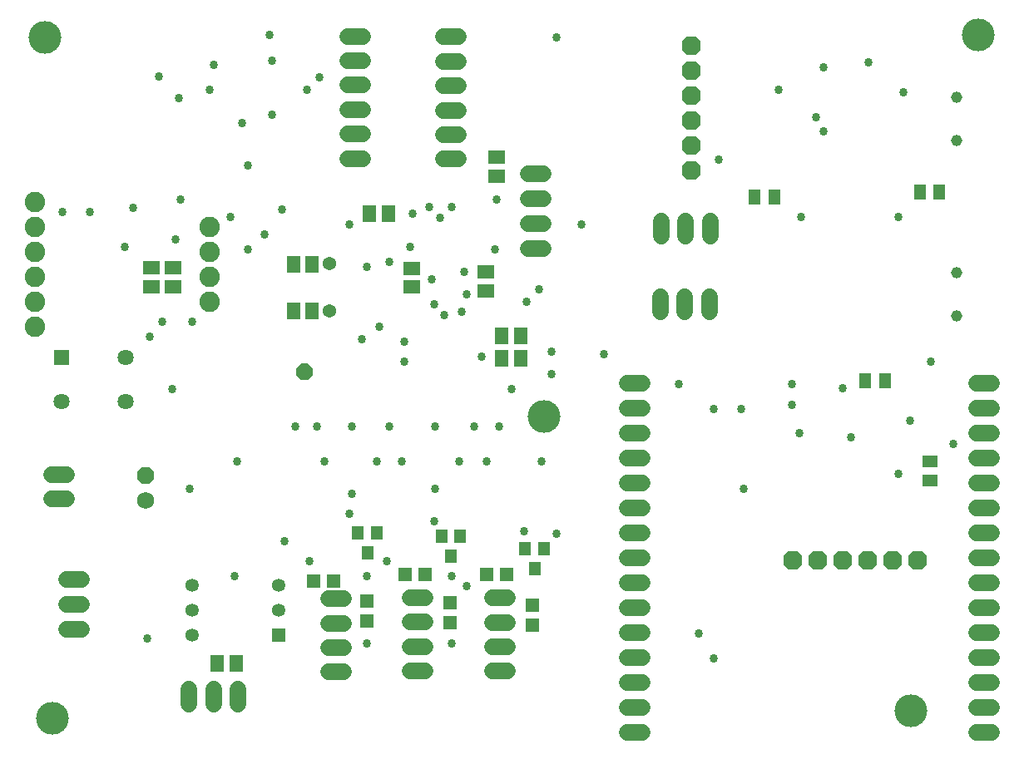
<source format=gbr>
G04 EAGLE Gerber RS-274X export*
G75*
%MOMM*%
%FSLAX34Y34*%
%LPD*%
%INSoldermask Bottom*%
%IPPOS*%
%AMOC8*
5,1,8,0,0,1.08239X$1,22.5*%
G01*
%ADD10C,3.327400*%
%ADD11C,1.152400*%
%ADD12R,1.252400X1.552400*%
%ADD13R,1.552400X1.252400*%
%ADD14P,2.089446X8X112.500000*%
%ADD15R,1.652400X1.452400*%
%ADD16C,1.676400*%
%ADD17P,2.089446X8X22.500000*%
%ADD18R,1.452400X1.652400*%
%ADD19C,1.371600*%
%ADD20C,1.637400*%
%ADD21R,1.637400X1.637400*%
%ADD22R,1.352400X1.352400*%
%ADD23C,1.352400*%
%ADD24C,1.652400*%
%ADD25P,1.896997X8X112.500000*%
%ADD26C,1.752600*%
%ADD27R,1.452400X1.352400*%
%ADD28R,1.352400X1.452400*%
%ADD29R,1.152400X1.352400*%
%ADD30P,1.814519X8X22.500000*%
%ADD31C,2.082800*%
%ADD32C,0.858000*%


D10*
X30480Y728980D03*
X38100Y35560D03*
X911860Y43180D03*
X980440Y731520D03*
X538480Y342900D03*
D11*
X959000Y444900D03*
X959000Y488900D03*
D12*
X865560Y379140D03*
X885560Y379140D03*
D13*
X931440Y277160D03*
X931440Y297160D03*
D14*
X792260Y195860D03*
X817660Y195860D03*
X843060Y195860D03*
X868460Y195860D03*
X893860Y195860D03*
X919260Y195860D03*
D15*
X138760Y493680D03*
X138760Y474680D03*
X160950Y493680D03*
X160950Y474680D03*
D16*
X979410Y376080D02*
X994650Y376080D01*
X994650Y350680D02*
X979410Y350680D01*
X979410Y325280D02*
X994650Y325280D01*
X994650Y299880D02*
X979410Y299880D01*
X979410Y274480D02*
X994650Y274480D01*
X994650Y249080D02*
X979410Y249080D01*
X979410Y223680D02*
X994650Y223680D01*
X994650Y198280D02*
X979410Y198280D01*
X979410Y172880D02*
X994650Y172880D01*
X994650Y147480D02*
X979410Y147480D01*
X979410Y122080D02*
X994650Y122080D01*
X994650Y96680D02*
X979410Y96680D01*
X979410Y71280D02*
X994650Y71280D01*
X994650Y45880D02*
X979410Y45880D01*
X979410Y20480D02*
X994650Y20480D01*
X638288Y376334D02*
X623048Y376334D01*
X623048Y350934D02*
X638288Y350934D01*
X638288Y325534D02*
X623048Y325534D01*
X623048Y300134D02*
X638288Y300134D01*
X638288Y274734D02*
X623048Y274734D01*
X623048Y249334D02*
X638288Y249334D01*
X638288Y223934D02*
X623048Y223934D01*
X623048Y198534D02*
X638288Y198534D01*
X638288Y173134D02*
X623048Y173134D01*
X623048Y147734D02*
X638288Y147734D01*
X638288Y122334D02*
X623048Y122334D01*
X623048Y96934D02*
X638288Y96934D01*
X638288Y71534D02*
X623048Y71534D01*
X623048Y46134D02*
X638288Y46134D01*
X638288Y20734D02*
X623048Y20734D01*
D11*
X959000Y623460D03*
X959000Y667460D03*
D12*
X941320Y570960D03*
X921320Y570960D03*
X753140Y565880D03*
X773140Y565880D03*
D17*
X688620Y720300D03*
X688620Y694900D03*
X688620Y669500D03*
X688620Y644100D03*
X688620Y618700D03*
X688620Y593300D03*
D16*
X451360Y654474D02*
X436120Y654474D01*
X436120Y629582D02*
X451360Y629582D01*
X451360Y604690D02*
X436120Y604690D01*
X436120Y679366D02*
X451360Y679366D01*
X451360Y704258D02*
X436120Y704258D01*
X436120Y729150D02*
X451360Y729150D01*
X354600Y680046D02*
X339360Y680046D01*
X339360Y704938D02*
X354600Y704938D01*
X354600Y729830D02*
X339360Y729830D01*
X339360Y655154D02*
X354600Y655154D01*
X354600Y630262D02*
X339360Y630262D01*
X339360Y605370D02*
X354600Y605370D01*
X485900Y132946D02*
X501140Y132946D01*
X501140Y108054D02*
X485900Y108054D01*
X485900Y83162D02*
X501140Y83162D01*
X501140Y157838D02*
X485900Y157838D01*
X417360Y133046D02*
X402120Y133046D01*
X402120Y108154D02*
X417360Y108154D01*
X417360Y83262D02*
X402120Y83262D01*
X402120Y157938D02*
X417360Y157938D01*
X657328Y449110D02*
X657328Y464350D01*
X682220Y464350D02*
X682220Y449110D01*
X707112Y449110D02*
X707112Y464350D01*
X657948Y526500D02*
X657948Y541740D01*
X682840Y541740D02*
X682840Y526500D01*
X707732Y526500D02*
X707732Y541740D01*
D18*
X380340Y549060D03*
X361340Y549060D03*
D19*
X320520Y449730D03*
X320520Y497990D03*
D18*
X302870Y497650D03*
X283870Y497650D03*
X302870Y450120D03*
X283870Y450120D03*
D15*
X403880Y474370D03*
X403880Y493370D03*
D18*
X495960Y401880D03*
X514960Y401880D03*
D15*
X479620Y489560D03*
X479620Y470560D03*
D18*
X495960Y424280D03*
X514960Y424280D03*
D20*
X47640Y357940D03*
D21*
X47640Y402940D03*
D20*
X112640Y357940D03*
X112640Y402940D03*
D22*
X268960Y119440D03*
D23*
X268960Y144840D03*
X268960Y170240D03*
X180960Y170240D03*
X180960Y144840D03*
X180960Y119440D03*
D18*
X206400Y91160D03*
X225400Y91160D03*
D24*
X227440Y64960D02*
X227440Y49960D01*
X202440Y49960D02*
X202440Y64960D01*
X177440Y64960D02*
X177440Y49960D01*
D16*
X67700Y176580D02*
X52460Y176580D01*
X52460Y151180D02*
X67700Y151180D01*
X67700Y125780D02*
X52460Y125780D01*
D24*
X52460Y283320D02*
X37460Y283320D01*
X37460Y258320D02*
X52460Y258320D01*
D25*
X133140Y282580D03*
D26*
X133140Y257180D03*
D27*
X442710Y132570D03*
X442710Y152890D03*
D28*
X397020Y181580D03*
X417340Y181580D03*
D29*
X443800Y200320D03*
X453300Y220320D03*
X434300Y220320D03*
D27*
X527060Y130340D03*
X527060Y150660D03*
D28*
X480220Y181600D03*
X500540Y181600D03*
D29*
X529200Y187700D03*
X538700Y207700D03*
X519700Y207700D03*
D16*
X334880Y132106D02*
X319640Y132106D01*
X319640Y107214D02*
X334880Y107214D01*
X334880Y82322D02*
X319640Y82322D01*
X319640Y156998D02*
X334880Y156998D01*
D27*
X358560Y133820D03*
X358560Y154140D03*
D28*
X304640Y174840D03*
X324960Y174840D03*
D29*
X359020Y203780D03*
X368520Y223780D03*
X349520Y223780D03*
D16*
X522700Y513360D02*
X537940Y513360D01*
X537940Y538760D02*
X522700Y538760D01*
X522700Y564160D02*
X537940Y564160D01*
X537940Y589560D02*
X522700Y589560D01*
D30*
X294640Y388620D03*
D31*
X198120Y459740D03*
X198120Y485140D03*
X198120Y510540D03*
X198120Y535940D03*
X20320Y561340D03*
X20320Y535940D03*
X20320Y510540D03*
X20320Y485140D03*
X20320Y459740D03*
X20320Y434340D03*
D15*
X490220Y587400D03*
X490220Y606400D03*
D32*
X798820Y325660D03*
X791240Y354190D03*
X911400Y338160D03*
X177800Y269240D03*
X223520Y180340D03*
X160020Y370840D03*
X180340Y439420D03*
X454660Y449580D03*
X402590Y515620D03*
X353060Y421640D03*
X739140Y350520D03*
X815340Y647700D03*
X777240Y675640D03*
X822960Y698500D03*
X259080Y731520D03*
X271780Y553720D03*
X340360Y538480D03*
X551180Y728980D03*
X358800Y494640D03*
X202680Y700920D03*
X149860Y439420D03*
X711200Y96520D03*
X711200Y350520D03*
X134620Y116840D03*
X226060Y297180D03*
X314960Y297180D03*
X368300Y297180D03*
X393700Y297180D03*
X452120Y297180D03*
X535940Y297180D03*
X480060Y297180D03*
X340360Y243840D03*
X426720Y236220D03*
X518160Y226060D03*
X474980Y403860D03*
X488950Y513080D03*
X381000Y500380D03*
X370840Y434340D03*
X576580Y538480D03*
X505460Y370840D03*
X599440Y406400D03*
X219710Y546100D03*
X120650Y554990D03*
X457200Y490220D03*
X459740Y467360D03*
X932180Y398780D03*
X955040Y314960D03*
X274320Y215900D03*
X261620Y704850D03*
X261620Y650240D03*
X111760Y515620D03*
X168910Y563880D03*
X163830Y523240D03*
X231770Y641080D03*
X237490Y598170D03*
X237490Y513080D03*
X198120Y675640D03*
X297180Y675640D03*
X254000Y528320D03*
X147160Y689100D03*
X309880Y688340D03*
X48260Y551180D03*
X167430Y666670D03*
X76200Y551180D03*
X899160Y546100D03*
X800100Y546100D03*
X823500Y633220D03*
X868680Y703580D03*
X904240Y673100D03*
X342900Y264160D03*
X396240Y398780D03*
X436880Y445770D03*
X342900Y332740D03*
X546100Y408940D03*
X405435Y549060D03*
X520700Y459740D03*
X533400Y472440D03*
X546100Y386080D03*
X842940Y371320D03*
X741680Y269240D03*
X716280Y604520D03*
X137160Y424180D03*
X424180Y482600D03*
X378460Y195580D03*
X444500Y180340D03*
X444500Y111760D03*
X467360Y332740D03*
X459740Y170180D03*
X381000Y332740D03*
X285750Y332740D03*
X299720Y195580D03*
X358140Y180340D03*
X358140Y111760D03*
X396240Y419100D03*
X426720Y457200D03*
X307340Y332740D03*
X851360Y321160D03*
X791220Y375340D03*
X899160Y284480D03*
X675640Y375920D03*
X695960Y121920D03*
X427990Y269240D03*
X427990Y332740D03*
X551180Y223520D03*
X492760Y332740D03*
X421640Y556260D03*
X433070Y544830D03*
X444500Y556260D03*
X490220Y563880D03*
M02*

</source>
